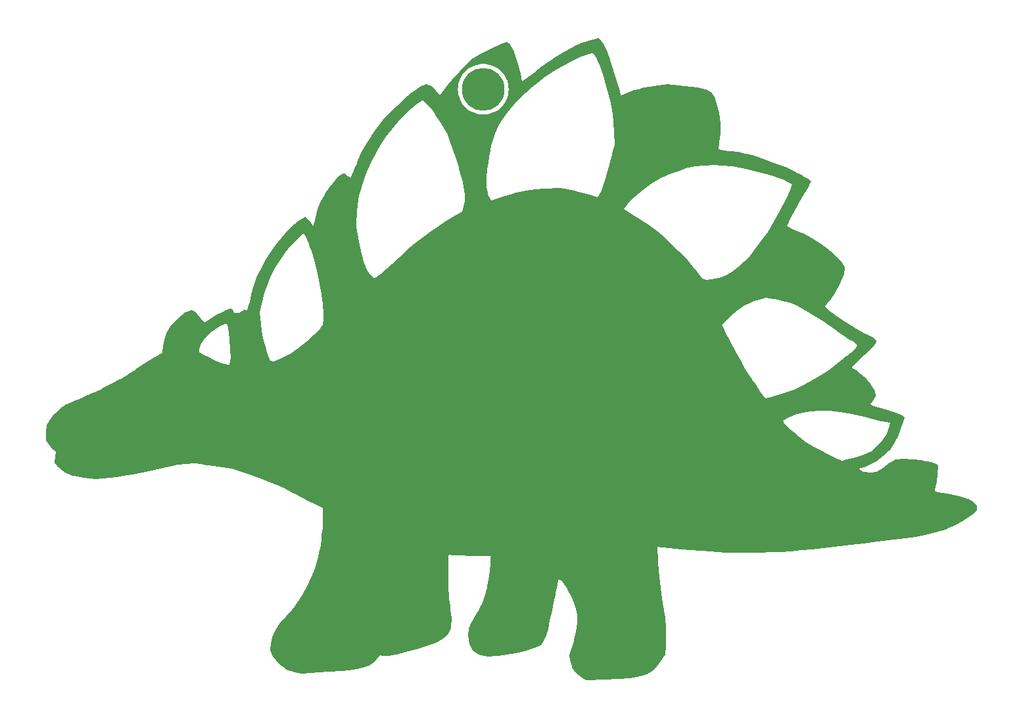
<source format=gbr>
%TF.GenerationSoftware,KiCad,Pcbnew,7.0.1*%
%TF.CreationDate,2023-04-19T22:10:58+02:00*%
%TF.ProjectId,Dino,44696e6f-2e6b-4696-9361-645f70636258,rev?*%
%TF.SameCoordinates,Original*%
%TF.FileFunction,Copper,L1,Top*%
%TF.FilePolarity,Positive*%
%FSLAX46Y46*%
G04 Gerber Fmt 4.6, Leading zero omitted, Abs format (unit mm)*
G04 Created by KiCad (PCBNEW 7.0.1) date 2023-04-19 22:10:58*
%MOMM*%
%LPD*%
G01*
G04 APERTURE LIST*
%TA.AperFunction,ComponentPad*%
%ADD10C,5.500000*%
%TD*%
G04 APERTURE END LIST*
D10*
%TO.P,svg2mod,*%
%TO.N,*%
X80250000Y-31200000D03*
%TD*%
%TA.AperFunction,NonConductor*%
G36*
X95146062Y-24658556D02*
G01*
X95324510Y-24804810D01*
X95347922Y-24830089D01*
X95692330Y-25322953D01*
X95702054Y-25339397D01*
X95826053Y-25590857D01*
X96156879Y-26261747D01*
X96160537Y-26269878D01*
X96610721Y-27373374D01*
X96613962Y-27382259D01*
X96949430Y-28421400D01*
X96950974Y-28426555D01*
X97211736Y-29370368D01*
X97212102Y-29373073D01*
X97215880Y-29385507D01*
X97216705Y-29388341D01*
X97220549Y-29402152D01*
X97221743Y-29404671D01*
X97268294Y-29556712D01*
X97451858Y-30156260D01*
X97451859Y-30156260D01*
X97451947Y-30156549D01*
X97452022Y-30156796D01*
X97826098Y-31387611D01*
X97827238Y-31391598D01*
X97983989Y-31975789D01*
X97985082Y-31984083D01*
X97988475Y-31992417D01*
X97997897Y-31989854D01*
X98005159Y-31985671D01*
X98855611Y-31640747D01*
X98860315Y-31638948D01*
X99669719Y-31348200D01*
X99678939Y-31345283D01*
X100571594Y-31100150D01*
X100579599Y-31098230D01*
X101587551Y-30891176D01*
X101593861Y-30890049D01*
X102747173Y-30714457D01*
X102749619Y-30714111D01*
X103961849Y-30555220D01*
X103991388Y-30554842D01*
X106123376Y-30778838D01*
X106124888Y-30779006D01*
X107819448Y-30979527D01*
X107830916Y-30981425D01*
X108904042Y-31210397D01*
X108937769Y-31222836D01*
X109563084Y-31561620D01*
X109605930Y-31599644D01*
X109992311Y-32145901D01*
X110007597Y-32174895D01*
X110333065Y-33053537D01*
X110337356Y-33067586D01*
X110632037Y-34281730D01*
X110634722Y-34296665D01*
X110790097Y-35611842D01*
X110790965Y-35625900D01*
X110798324Y-36904644D01*
X110797207Y-36922127D01*
X110648590Y-38029619D01*
X110648384Y-38030693D01*
X110647688Y-38036311D01*
X110647599Y-38037016D01*
X110646776Y-38043358D01*
X110646718Y-38044323D01*
X110536726Y-38953372D01*
X110536085Y-38957632D01*
X110536209Y-38958141D01*
X110536563Y-38958353D01*
X110541054Y-38959027D01*
X111232177Y-39084323D01*
X111239913Y-39086968D01*
X111243982Y-39087251D01*
X111257947Y-39089008D01*
X111261955Y-39089741D01*
X111270041Y-39089115D01*
X112026063Y-39143773D01*
X112063080Y-39146450D01*
X112073102Y-39147579D01*
X113098356Y-39304873D01*
X113105089Y-39306094D01*
X114047999Y-39503866D01*
X114198497Y-39535433D01*
X114205595Y-39537138D01*
X114564497Y-39634420D01*
X115215885Y-39810983D01*
X115222404Y-39812942D01*
X116590378Y-40264966D01*
X116593799Y-40266152D01*
X117944189Y-40756425D01*
X117945145Y-40756772D01*
X117948589Y-40758080D01*
X119175964Y-41244812D01*
X119180377Y-41246661D01*
X120176618Y-41686823D01*
X120184888Y-41690845D01*
X120838732Y-42038876D01*
X120847079Y-42043319D01*
X120851807Y-42045968D01*
X121384568Y-42359708D01*
X121540436Y-42451498D01*
X121545775Y-42455923D01*
X121553655Y-42459740D01*
X121562223Y-42464305D01*
X121569684Y-42468657D01*
X121576303Y-42470621D01*
X122081957Y-42713100D01*
X122113608Y-42734750D01*
X122426573Y-43027898D01*
X122457262Y-43072657D01*
X122466277Y-43126175D01*
X122451947Y-43178519D01*
X122078634Y-43888132D01*
X122073672Y-43896724D01*
X121608157Y-44634213D01*
X121606307Y-44636528D01*
X121601302Y-44644998D01*
X121599886Y-44647335D01*
X121593670Y-44657350D01*
X121592404Y-44660388D01*
X120908274Y-45845847D01*
X120907377Y-45847016D01*
X120900047Y-45860096D01*
X120899712Y-45860692D01*
X120892397Y-45873578D01*
X120891911Y-45874813D01*
X120172842Y-47175787D01*
X120172301Y-47176506D01*
X120164232Y-47191360D01*
X120155990Y-47206745D01*
X120155678Y-47207626D01*
X119590870Y-48281644D01*
X119587792Y-48286019D01*
X119584685Y-48292935D01*
X119581592Y-48299329D01*
X119576836Y-48308492D01*
X119575349Y-48314011D01*
X119348386Y-48827740D01*
X119346791Y-48831148D01*
X119346774Y-48831493D01*
X119347119Y-48831869D01*
X119350628Y-48833516D01*
X120302140Y-49308665D01*
X120306929Y-49312115D01*
X120316812Y-49316283D01*
X120324201Y-49319684D01*
X120334125Y-49324646D01*
X120339878Y-49326026D01*
X120969525Y-49592089D01*
X121460045Y-49799362D01*
X121471034Y-49804646D01*
X122660007Y-50449002D01*
X122668212Y-50453860D01*
X123836337Y-51206892D01*
X123843745Y-51212053D01*
X124560149Y-51750350D01*
X124913158Y-52015596D01*
X124921262Y-52022229D01*
X125814066Y-52817245D01*
X125824873Y-52828117D01*
X126461365Y-53551578D01*
X126478405Y-53576389D01*
X126777658Y-54148287D01*
X126790027Y-54184391D01*
X126791019Y-54222543D01*
X126694895Y-54981163D01*
X126687545Y-55010425D01*
X126232628Y-56197118D01*
X126226402Y-56210843D01*
X125561134Y-57470953D01*
X125551808Y-57485963D01*
X124826716Y-58488616D01*
X124821925Y-58494824D01*
X124259259Y-59178849D01*
X124253559Y-59184923D01*
X124253181Y-59185900D01*
X124253550Y-59186712D01*
X124259878Y-59192669D01*
X124614262Y-59574815D01*
X124618941Y-59579860D01*
X124626264Y-59589578D01*
X124627589Y-59590768D01*
X124637995Y-59597044D01*
X125567123Y-60293043D01*
X125571181Y-60297422D01*
X125581972Y-60304504D01*
X125589083Y-60309530D01*
X125600331Y-60318078D01*
X125605761Y-60320377D01*
X126862156Y-61161199D01*
X126865461Y-61164404D01*
X126878729Y-61172452D01*
X126883818Y-61175708D01*
X126897397Y-61184862D01*
X126901561Y-61186455D01*
X127044224Y-61274066D01*
X128250811Y-62015047D01*
X128254672Y-62018419D01*
X128266098Y-62024638D01*
X128271816Y-62027947D01*
X128282946Y-62034784D01*
X128287749Y-62036441D01*
X129480348Y-62686682D01*
X129482408Y-62688409D01*
X129501181Y-62698086D01*
X129504235Y-62699714D01*
X129513144Y-62704621D01*
X129515534Y-62705535D01*
X129899564Y-62905002D01*
X130527091Y-63230943D01*
X130569522Y-63266774D01*
X130634506Y-63352731D01*
X130837819Y-63621660D01*
X130859462Y-63666746D01*
X130861859Y-63716702D01*
X130844633Y-63763656D01*
X130510712Y-64306557D01*
X130491257Y-64330850D01*
X129377601Y-65414465D01*
X129376444Y-65415577D01*
X127680481Y-67024258D01*
X127674857Y-67028869D01*
X127673508Y-67030980D01*
X127675431Y-67032996D01*
X127682132Y-67036600D01*
X127933799Y-67198054D01*
X128409864Y-67503468D01*
X128421771Y-67512128D01*
X129306819Y-68238611D01*
X129321589Y-68252904D01*
X130122126Y-69165316D01*
X130134181Y-69181508D01*
X130199576Y-69285867D01*
X130676100Y-70046326D01*
X130692579Y-70087047D01*
X130811420Y-70646441D01*
X130812237Y-70694614D01*
X130794914Y-70739572D01*
X130375689Y-71408003D01*
X130373424Y-71411486D01*
X130140276Y-71757345D01*
X130137273Y-71760454D01*
X130127691Y-71775948D01*
X130127635Y-71776255D01*
X130127839Y-71776550D01*
X130143571Y-71787105D01*
X130147299Y-71788582D01*
X130530873Y-72026636D01*
X130536564Y-72030593D01*
X130543654Y-72032099D01*
X132030259Y-72438756D01*
X132033795Y-72439782D01*
X133407326Y-72860460D01*
X133423399Y-72866612D01*
X134152222Y-73204368D01*
X134181731Y-73223443D01*
X134414119Y-73424714D01*
X134453928Y-73459192D01*
X134483691Y-73497206D01*
X134496973Y-73543622D01*
X134491825Y-73591626D01*
X134205201Y-74519460D01*
X134202946Y-74526098D01*
X133749411Y-75748518D01*
X133743536Y-75761912D01*
X133187571Y-76852582D01*
X133177522Y-76869046D01*
X132532387Y-77763896D01*
X132514791Y-77783574D01*
X131727712Y-78496866D01*
X131721457Y-78502174D01*
X130885003Y-79166416D01*
X130862995Y-79180442D01*
X130228094Y-79497892D01*
X130221365Y-79501012D01*
X129323198Y-79885816D01*
X129306463Y-79891631D01*
X128632620Y-80073812D01*
X128627905Y-80074916D01*
X128627432Y-80075255D01*
X128627366Y-80075655D01*
X128627763Y-80076207D01*
X128632102Y-80078892D01*
X129219691Y-80472913D01*
X129222368Y-80475460D01*
X129236274Y-80484109D01*
X129238012Y-80485225D01*
X129241073Y-80485777D01*
X129258337Y-80489334D01*
X129262806Y-80489183D01*
X130092622Y-80624304D01*
X130100098Y-80625975D01*
X130107792Y-80624605D01*
X130868935Y-80536948D01*
X130876226Y-80537231D01*
X130882507Y-80535934D01*
X130888737Y-80534960D01*
X130894144Y-80531651D01*
X130900361Y-80528252D01*
X130905865Y-80523102D01*
X131723203Y-79974295D01*
X131728882Y-79971887D01*
X131739731Y-79963554D01*
X131747296Y-79958174D01*
X131748444Y-79957419D01*
X131751902Y-79954332D01*
X132599914Y-79315645D01*
X132613626Y-79306654D01*
X133349805Y-78889837D01*
X133404211Y-78873718D01*
X134352277Y-78815913D01*
X134364053Y-78815748D01*
X135518263Y-78853596D01*
X135529961Y-78854527D01*
X136833369Y-79019692D01*
X136843582Y-79021415D01*
X137973735Y-79260318D01*
X137994614Y-79266665D01*
X138576713Y-79500409D01*
X138626816Y-79520528D01*
X138660123Y-79540322D01*
X138815561Y-79668760D01*
X138851555Y-79717299D01*
X138860810Y-79777014D01*
X138770505Y-80795963D01*
X138770111Y-80799759D01*
X138659807Y-81724759D01*
X138658580Y-81732817D01*
X138527536Y-82439394D01*
X138527033Y-82441960D01*
X138432927Y-82896528D01*
X138430821Y-82902110D01*
X138429395Y-82912312D01*
X138428683Y-82916448D01*
X138428716Y-82916597D01*
X138428866Y-82916808D01*
X138432787Y-82919277D01*
X138441514Y-82925218D01*
X138447345Y-82927445D01*
X138785630Y-83125475D01*
X138787405Y-83126534D01*
X138788027Y-83126912D01*
X138796287Y-83127555D01*
X140027297Y-83320504D01*
X140031615Y-83321260D01*
X141529191Y-83610800D01*
X141543784Y-83614539D01*
X142674639Y-83977610D01*
X142697981Y-83987810D01*
X143442738Y-84407608D01*
X143480127Y-84439763D01*
X143826765Y-84883150D01*
X143847115Y-84921153D01*
X143853463Y-84963792D01*
X143842605Y-85414131D01*
X143830924Y-85464156D01*
X143800247Y-85505361D01*
X143220867Y-86019210D01*
X143207742Y-86029387D01*
X142003667Y-86841903D01*
X141994389Y-86847597D01*
X140889391Y-87461625D01*
X140875769Y-87468158D01*
X140003197Y-87824006D01*
X139996795Y-87826416D01*
X139105458Y-88134635D01*
X139098650Y-88136776D01*
X138154181Y-88404562D01*
X138147803Y-88406191D01*
X137111732Y-88642263D01*
X137106376Y-88643362D01*
X135940337Y-88856307D01*
X135936229Y-88856987D01*
X134602357Y-89055288D01*
X134599436Y-89055688D01*
X133059367Y-89247929D01*
X133058511Y-89248033D01*
X131735944Y-89403943D01*
X131735551Y-89403966D01*
X130408243Y-89564794D01*
X130407829Y-89564818D01*
X130401047Y-89565664D01*
X130400775Y-89565697D01*
X130400574Y-89565723D01*
X130400329Y-89565754D01*
X129237044Y-89710810D01*
X129236380Y-89710851D01*
X128367901Y-89824184D01*
X126881143Y-90019163D01*
X126879852Y-90019326D01*
X125418514Y-90195646D01*
X125417184Y-90195799D01*
X123982662Y-90353437D01*
X123981285Y-90353581D01*
X122575295Y-90492465D01*
X122573863Y-90492598D01*
X121198448Y-90612625D01*
X121196951Y-90612747D01*
X119854018Y-90713822D01*
X119852444Y-90713930D01*
X118543988Y-90795956D01*
X118542326Y-90796049D01*
X117270266Y-90858936D01*
X117268501Y-90859011D01*
X116034847Y-90902662D01*
X116032959Y-90902715D01*
X114839429Y-90927049D01*
X114837399Y-90927074D01*
X113686199Y-90931990D01*
X113684001Y-90931980D01*
X112577049Y-90917399D01*
X112574653Y-90917345D01*
X111513695Y-90883173D01*
X111511063Y-90883060D01*
X110498367Y-90829227D01*
X110495453Y-90829039D01*
X109531649Y-90755375D01*
X109530737Y-90755302D01*
X108418009Y-90662127D01*
X108418009Y-90662126D01*
X108418001Y-90662126D01*
X108413938Y-90661787D01*
X108413268Y-90661762D01*
X108226594Y-90647347D01*
X107120696Y-90561953D01*
X107120099Y-90561788D01*
X107095816Y-90560033D01*
X105851244Y-90471307D01*
X105850355Y-90471241D01*
X104259988Y-90346552D01*
X104256015Y-90346177D01*
X103270090Y-90237366D01*
X103262311Y-90236261D01*
X102711980Y-90140496D01*
X102704432Y-90138537D01*
X102701245Y-90138698D01*
X102700686Y-90141920D01*
X102701746Y-90149755D01*
X102799577Y-92053233D01*
X102799358Y-92055155D01*
X102800624Y-92073785D01*
X102800691Y-92074837D01*
X102802036Y-92097423D01*
X102802508Y-92099137D01*
X102887441Y-93240512D01*
X102887350Y-93243222D01*
X102888298Y-93252607D01*
X102888588Y-93255909D01*
X102889972Y-93274495D01*
X102890798Y-93277342D01*
X103032996Y-94684811D01*
X103033078Y-94686447D01*
X103033514Y-94690118D01*
X103033747Y-94692231D01*
X103036168Y-94716070D01*
X103036856Y-94718079D01*
X103207427Y-96144727D01*
X103207312Y-96147679D01*
X103209557Y-96162947D01*
X103210034Y-96166553D01*
X103211345Y-96177696D01*
X103211959Y-96180004D01*
X103387933Y-97435269D01*
X103387883Y-97439178D01*
X103390215Y-97452189D01*
X103390959Y-97456840D01*
X103393739Y-97476575D01*
X103395282Y-97480406D01*
X103517569Y-98161189D01*
X103534987Y-98258157D01*
X103549202Y-98337290D01*
X103550045Y-98342641D01*
X103672940Y-99249177D01*
X103673798Y-99257652D01*
X103761516Y-100562549D01*
X103761756Y-100567657D01*
X103797525Y-101915303D01*
X103797506Y-101922627D01*
X103764872Y-102954916D01*
X103764366Y-102962891D01*
X103657737Y-104081555D01*
X103637209Y-104139395D01*
X103138974Y-104888241D01*
X103134908Y-104893996D01*
X102611864Y-105592097D01*
X102597357Y-105608324D01*
X102034453Y-106137816D01*
X102011234Y-106155093D01*
X101329151Y-106549817D01*
X101305029Y-106560578D01*
X100420332Y-106848465D01*
X100402927Y-106852787D01*
X99236295Y-107055628D01*
X99226200Y-107056965D01*
X97703768Y-107196360D01*
X97698673Y-107196723D01*
X95747403Y-107295864D01*
X95745997Y-107295927D01*
X93616840Y-107380283D01*
X93551110Y-107364774D01*
X93198371Y-107170683D01*
X93186488Y-107163255D01*
X92630010Y-106770746D01*
X92272136Y-106518321D01*
X92243165Y-106489882D01*
X91693475Y-105740454D01*
X91673713Y-105699806D01*
X91646091Y-105600840D01*
X91404627Y-104735717D01*
X91401101Y-104718535D01*
X91395655Y-104677771D01*
X91323985Y-104141318D01*
X91328845Y-104086313D01*
X91906553Y-102277098D01*
X91908330Y-102272900D01*
X91909100Y-102269894D01*
X91911343Y-102262169D01*
X91916033Y-102247749D01*
X91916393Y-102241925D01*
X91951914Y-102106087D01*
X92219483Y-101082852D01*
X92222837Y-101074763D01*
X92222852Y-101074643D01*
X92226063Y-101057953D01*
X92225981Y-101049169D01*
X92359929Y-99965847D01*
X92362631Y-99954849D01*
X92363002Y-99946331D01*
X92361137Y-99935099D01*
X92319707Y-98899674D01*
X92320521Y-98888377D01*
X92319697Y-98881847D01*
X92316033Y-98871093D01*
X92094676Y-97848623D01*
X92093625Y-97837443D01*
X92091162Y-97829207D01*
X92085825Y-97819266D01*
X92013928Y-97634305D01*
X91680665Y-96776956D01*
X91678744Y-96768777D01*
X91678023Y-96767434D01*
X91671305Y-96752743D01*
X91671111Y-96752235D01*
X91666118Y-96745371D01*
X91596358Y-96616340D01*
X91072151Y-95646738D01*
X91069905Y-95640429D01*
X91065382Y-95633438D01*
X91060555Y-95625326D01*
X91057497Y-95619720D01*
X91053285Y-95614870D01*
X90299832Y-94460553D01*
X90295990Y-94452666D01*
X90291130Y-94447157D01*
X90291130Y-94447156D01*
X90291128Y-94447155D01*
X90291010Y-94447021D01*
X90283737Y-94445498D01*
X90275005Y-94446045D01*
X89937355Y-94425235D01*
X89927862Y-94423941D01*
X89927133Y-94424128D01*
X89926491Y-94425248D01*
X89925224Y-94434270D01*
X89689689Y-95529415D01*
X89688976Y-95531444D01*
X89686452Y-95544400D01*
X89686192Y-95545698D01*
X89682879Y-95561792D01*
X89682809Y-95564266D01*
X89537379Y-96359237D01*
X89536841Y-96362004D01*
X89335714Y-97337582D01*
X89335195Y-97339982D01*
X89111700Y-98326450D01*
X89111701Y-98326641D01*
X88822636Y-99606697D01*
X88821757Y-99609160D01*
X88819550Y-99620195D01*
X88818927Y-99623127D01*
X88815364Y-99638965D01*
X88815264Y-99641771D01*
X88596160Y-100745347D01*
X88594460Y-100752737D01*
X88374109Y-101593964D01*
X88366777Y-101614505D01*
X88061009Y-102282099D01*
X88052162Y-102298199D01*
X87706329Y-102831359D01*
X87680322Y-102860380D01*
X87646690Y-102880066D01*
X87445998Y-102958906D01*
X86594917Y-103293242D01*
X86587208Y-103295984D01*
X85506993Y-103641251D01*
X85495254Y-103644388D01*
X84420092Y-103876802D01*
X84411089Y-103878409D01*
X83302498Y-104034963D01*
X82151752Y-104196486D01*
X82140645Y-104197546D01*
X80757465Y-104267974D01*
X80725084Y-104265431D01*
X80003760Y-104113473D01*
X79685434Y-104046412D01*
X79639397Y-104026512D01*
X78921760Y-103526678D01*
X78882855Y-103483060D01*
X78814215Y-103355688D01*
X78455257Y-102689584D01*
X78441221Y-102645995D01*
X78296524Y-101528511D01*
X78295963Y-101501341D01*
X78361281Y-100755894D01*
X78370552Y-100718289D01*
X78411912Y-100619371D01*
X78702412Y-99924587D01*
X78710978Y-99907768D01*
X78874303Y-99638965D01*
X79526048Y-98566312D01*
X79528609Y-98562806D01*
X79529792Y-98560585D01*
X79533765Y-98553660D01*
X79535390Y-98551024D01*
X79537149Y-98546920D01*
X80026131Y-97641975D01*
X80031546Y-97634710D01*
X80031698Y-97634305D01*
X80039215Y-97617975D01*
X80041244Y-97609263D01*
X80436884Y-96580033D01*
X80441133Y-96572483D01*
X80441402Y-96571393D01*
X80446878Y-96554433D01*
X80447298Y-96553388D01*
X80448265Y-96544741D01*
X80496582Y-96360913D01*
X80757179Y-95369430D01*
X80760204Y-95362579D01*
X80761351Y-95355699D01*
X80763844Y-95344121D01*
X80765683Y-95337181D01*
X80765740Y-95329678D01*
X80781889Y-95234283D01*
X80992368Y-93990925D01*
X80994617Y-93984640D01*
X80995663Y-93973583D01*
X80996935Y-93964035D01*
X80998739Y-93953570D01*
X80998253Y-93946979D01*
X81000331Y-93925779D01*
X81148519Y-92413644D01*
X81149088Y-92410779D01*
X81149601Y-92403231D01*
X81149937Y-92399229D01*
X81151622Y-92382379D01*
X81151274Y-92379066D01*
X81219669Y-91393032D01*
X81220770Y-91388631D01*
X81221269Y-91370443D01*
X81221181Y-91370198D01*
X81220880Y-91370057D01*
X81203693Y-91368849D01*
X81198944Y-91369546D01*
X78668920Y-91306696D01*
X78668172Y-91306675D01*
X77353990Y-91266220D01*
X77352214Y-91266153D01*
X76360752Y-91221623D01*
X76355697Y-91221294D01*
X75917804Y-91183944D01*
X75910180Y-91182153D01*
X75899076Y-91182328D01*
X75890758Y-91189296D01*
X75886152Y-91195648D01*
X75763087Y-91322243D01*
X75760032Y-91324432D01*
X75747170Y-91338562D01*
X75747064Y-91338840D01*
X75747360Y-91358582D01*
X75748140Y-91361985D01*
X75785026Y-92185232D01*
X75785152Y-92190791D01*
X75786271Y-93925233D01*
X75786271Y-93925467D01*
X75786274Y-93925779D01*
X75797437Y-95349726D01*
X75796923Y-95353681D01*
X75797461Y-95364840D01*
X75797600Y-95369541D01*
X75797757Y-95384164D01*
X75798647Y-95388223D01*
X75860376Y-96598278D01*
X75859878Y-96603791D01*
X75860853Y-96612366D01*
X75861493Y-96620134D01*
X75862047Y-96630950D01*
X75863596Y-96636484D01*
X75954512Y-97435269D01*
X75973994Y-97606440D01*
X76045673Y-98254443D01*
X76164653Y-99330078D01*
X76165073Y-99353235D01*
X76074493Y-100576615D01*
X76063579Y-100619371D01*
X75681258Y-101462015D01*
X75648237Y-101505859D01*
X74943839Y-102106087D01*
X74916172Y-102123999D01*
X74120579Y-102501848D01*
X74110589Y-102506076D01*
X72977255Y-102929137D01*
X72971664Y-102931076D01*
X71652731Y-103354000D01*
X71648320Y-103355326D01*
X70289078Y-103736987D01*
X70284296Y-103738229D01*
X69029539Y-104038022D01*
X69022193Y-104039547D01*
X68020078Y-104216697D01*
X68001661Y-104218572D01*
X67398952Y-104235401D01*
X67370821Y-104233022D01*
X66935507Y-104146313D01*
X66929984Y-104144917D01*
X66928901Y-104145018D01*
X66928786Y-104145094D01*
X66928785Y-104145095D01*
X66928784Y-104145095D01*
X66928115Y-104145543D01*
X66924929Y-104149804D01*
X66497394Y-104668953D01*
X66489404Y-104677771D01*
X66048264Y-105120679D01*
X66024746Y-105139244D01*
X65476112Y-105474886D01*
X65451059Y-105486649D01*
X64689914Y-105746452D01*
X64672837Y-105750972D01*
X63602201Y-105955338D01*
X63592984Y-105956747D01*
X62122791Y-106125969D01*
X62118401Y-106126396D01*
X60159210Y-106282656D01*
X60158065Y-106282742D01*
X56934574Y-106510298D01*
X56902411Y-106508440D01*
X56061375Y-106350255D01*
X56044129Y-106345727D01*
X54886829Y-105952502D01*
X54854723Y-105936153D01*
X53902925Y-105264572D01*
X53874904Y-105237402D01*
X53198226Y-104338553D01*
X53186758Y-104320240D01*
X52801826Y-103569183D01*
X52790065Y-103534664D01*
X52788681Y-103498223D01*
X52790314Y-103483060D01*
X52877141Y-102676781D01*
X52879349Y-102663259D01*
X53067109Y-101809073D01*
X53074785Y-101785510D01*
X53149806Y-101614505D01*
X53452576Y-100924353D01*
X53462485Y-100906047D01*
X53560612Y-100755896D01*
X54031961Y-100034650D01*
X54042231Y-100021045D01*
X54806552Y-99139672D01*
X54807872Y-99138179D01*
X55583837Y-98274565D01*
X55589547Y-98270014D01*
X55594443Y-98263520D01*
X55601977Y-98254443D01*
X55608079Y-98247753D01*
X55611509Y-98241161D01*
X55912093Y-97848626D01*
X56310712Y-97328065D01*
X56316131Y-97323139D01*
X56321573Y-97314660D01*
X56328159Y-97305353D01*
X56332995Y-97299135D01*
X56335849Y-97292704D01*
X56979480Y-96306372D01*
X56982410Y-96302551D01*
X56982447Y-96302486D01*
X56987432Y-96294208D01*
X56992805Y-96286014D01*
X56995019Y-96279758D01*
X57058675Y-96164758D01*
X57565163Y-95249739D01*
X57569294Y-95244643D01*
X57574095Y-95234283D01*
X57578278Y-95226060D01*
X57584438Y-95214971D01*
X57586089Y-95208471D01*
X58091822Y-94120648D01*
X58094238Y-94116368D01*
X58094247Y-94116347D01*
X58098262Y-94106876D01*
X58103213Y-94096407D01*
X58104470Y-94089629D01*
X58144778Y-93984640D01*
X58539028Y-92957755D01*
X58541225Y-92953124D01*
X58544570Y-92943494D01*
X58548510Y-92933572D01*
X58549346Y-92926542D01*
X58905989Y-91770542D01*
X58909078Y-91764710D01*
X58912000Y-91752188D01*
X58914504Y-91743029D01*
X58917985Y-91731954D01*
X58918342Y-91725356D01*
X59199909Y-90537449D01*
X59202649Y-90531273D01*
X59204545Y-90519519D01*
X59206596Y-90509436D01*
X59209330Y-90498336D01*
X59209225Y-90491477D01*
X59212453Y-90472275D01*
X59413174Y-89278383D01*
X59415363Y-89272373D01*
X59416590Y-89259980D01*
X59417857Y-89250709D01*
X59417913Y-89250384D01*
X59418027Y-89245621D01*
X59457075Y-88857681D01*
X59544775Y-87986376D01*
X59545679Y-87981374D01*
X59546380Y-87970992D01*
X59547305Y-87962662D01*
X59546463Y-87956030D01*
X59588785Y-86696410D01*
X59589210Y-86693234D01*
X59589210Y-86685896D01*
X59589282Y-86681650D01*
X59589862Y-86664439D01*
X59589210Y-86660842D01*
X59589210Y-85191577D01*
X59589330Y-85187743D01*
X59589182Y-85187314D01*
X59588876Y-85187008D01*
X59585473Y-85185480D01*
X58543648Y-84679112D01*
X58541871Y-84678231D01*
X57798983Y-84302590D01*
X57797090Y-84301612D01*
X56852449Y-83803714D01*
X56850974Y-83802924D01*
X55908004Y-83289798D01*
X55908004Y-83289797D01*
X55907873Y-83289727D01*
X55899981Y-83285422D01*
X55899021Y-83285009D01*
X54915945Y-82760314D01*
X54912762Y-82757760D01*
X54896888Y-82750050D01*
X54893039Y-82748098D01*
X54881832Y-82742172D01*
X54878015Y-82740992D01*
X53928452Y-82285899D01*
X53925043Y-82283485D01*
X53910992Y-82277432D01*
X53906959Y-82275610D01*
X53893653Y-82269315D01*
X53889377Y-82268301D01*
X52856730Y-81832908D01*
X52853339Y-81830626D01*
X52836133Y-81824127D01*
X52831764Y-81822383D01*
X52822009Y-81818276D01*
X52818358Y-81817420D01*
X51578802Y-81349831D01*
X51576872Y-81348585D01*
X51554264Y-81340554D01*
X51552331Y-81339850D01*
X51535266Y-81333471D01*
X51532958Y-81333079D01*
X49950561Y-80778215D01*
X49950495Y-80778192D01*
X49950377Y-80778151D01*
X49950375Y-80778151D01*
X49931043Y-80771433D01*
X49930516Y-80771346D01*
X47901871Y-80076160D01*
X47892358Y-80071799D01*
X47888154Y-80070768D01*
X47877699Y-80070224D01*
X45522169Y-79718213D01*
X45521166Y-79717896D01*
X45502319Y-79715245D01*
X45493923Y-79714126D01*
X45493890Y-79714124D01*
X44105853Y-79529440D01*
X44101579Y-79528127D01*
X44086957Y-79526832D01*
X44082795Y-79526394D01*
X44071861Y-79525057D01*
X44067488Y-79525323D01*
X42954619Y-79440571D01*
X42947534Y-79438925D01*
X42940837Y-79439018D01*
X42929674Y-79438677D01*
X42924981Y-79438325D01*
X42918130Y-79439357D01*
X41943223Y-79454272D01*
X41936137Y-79453390D01*
X41930458Y-79454004D01*
X41920471Y-79454684D01*
X41915704Y-79454818D01*
X41909005Y-79456531D01*
X40944688Y-79572895D01*
X40938525Y-79572806D01*
X40931935Y-79574107D01*
X40923371Y-79575492D01*
X40915931Y-79576434D01*
X40909973Y-79578561D01*
X39826460Y-79799706D01*
X39824973Y-79799856D01*
X39814256Y-79802191D01*
X39813517Y-79802350D01*
X39800698Y-79805062D01*
X39799020Y-79805663D01*
X37938804Y-80229883D01*
X37937568Y-80230158D01*
X36374165Y-80570198D01*
X36372247Y-80570600D01*
X35066570Y-80833392D01*
X35063762Y-80833924D01*
X33962051Y-81029775D01*
X33958243Y-81030392D01*
X33006558Y-81169662D01*
X33001938Y-81170251D01*
X32144751Y-81263490D01*
X32142289Y-81263733D01*
X30283651Y-81429055D01*
X30257803Y-81428692D01*
X28822858Y-81260309D01*
X28815925Y-81259300D01*
X27497950Y-81029775D01*
X27389363Y-81010864D01*
X27362969Y-81003225D01*
X26950931Y-80833392D01*
X26404593Y-80608202D01*
X26370555Y-80587329D01*
X25637389Y-79958174D01*
X25622097Y-79945051D01*
X25610525Y-79933754D01*
X25571379Y-79890288D01*
X25413741Y-79715251D01*
X25095617Y-79362016D01*
X25069599Y-79317205D01*
X25063815Y-79265712D01*
X25126283Y-78611846D01*
X25126293Y-78611739D01*
X25193882Y-77910596D01*
X25194950Y-77903955D01*
X25194688Y-77902462D01*
X25194689Y-77902460D01*
X25194687Y-77902457D01*
X25194663Y-77902318D01*
X25193720Y-77901163D01*
X25188213Y-77897780D01*
X24924592Y-77713129D01*
X24902357Y-77693244D01*
X24270510Y-76976421D01*
X24260810Y-76963912D01*
X23925104Y-76469789D01*
X23907642Y-76431678D01*
X23903650Y-76389948D01*
X23949233Y-75755788D01*
X23970743Y-75456526D01*
X24038165Y-74510235D01*
X24056380Y-74453411D01*
X24402644Y-73887743D01*
X118883579Y-73887743D01*
X119011003Y-74313813D01*
X119011004Y-74313814D01*
X119960064Y-75180692D01*
X120287484Y-75456454D01*
X120978709Y-76038624D01*
X121849428Y-76678238D01*
X121849431Y-76678240D01*
X122851504Y-77285472D01*
X124012307Y-77910596D01*
X124264198Y-78046246D01*
X125758389Y-78812028D01*
X126228411Y-78963943D01*
X126452877Y-79036494D01*
X126452877Y-79036493D01*
X126452878Y-79036494D01*
X126951290Y-78914744D01*
X126951287Y-78914743D01*
X127052369Y-78890052D01*
X127054645Y-78888869D01*
X128151462Y-78614461D01*
X129211607Y-78320011D01*
X130164830Y-77852158D01*
X130993616Y-77226982D01*
X131680452Y-76460565D01*
X132207822Y-75568986D01*
X132558213Y-74568326D01*
X132569321Y-74522813D01*
X132652878Y-74180434D01*
X132652877Y-74180433D01*
X132100533Y-74082942D01*
X132095938Y-74082043D01*
X131513429Y-73956749D01*
X131511029Y-73956208D01*
X130509715Y-73720284D01*
X130508558Y-73720005D01*
X129306265Y-73424714D01*
X127717633Y-73065786D01*
X126240730Y-72812927D01*
X124870911Y-72666183D01*
X123603523Y-72625602D01*
X122433899Y-72691231D01*
X121357396Y-72863119D01*
X120369376Y-73141311D01*
X120369374Y-73141311D01*
X120369373Y-73141312D01*
X120205560Y-73210980D01*
X119465173Y-73525858D01*
X118883579Y-73887743D01*
X24402644Y-73887743D01*
X24532441Y-73675702D01*
X24539422Y-73665467D01*
X24645046Y-73525858D01*
X25071333Y-72962409D01*
X25087023Y-72945234D01*
X25765293Y-72328301D01*
X25781859Y-72315575D01*
X26601346Y-71788038D01*
X26617692Y-71779151D01*
X27573635Y-71347658D01*
X27579012Y-71345381D01*
X28672592Y-70912152D01*
X28700629Y-70901045D01*
X28704982Y-70900214D01*
X28720093Y-70893481D01*
X28726150Y-70890969D01*
X28741031Y-70885245D01*
X28744925Y-70882586D01*
X29899257Y-70377151D01*
X29902864Y-70376396D01*
X29921457Y-70367513D01*
X29925603Y-70365624D01*
X29935242Y-70361439D01*
X29938093Y-70359613D01*
X31129437Y-69794371D01*
X31132489Y-69793290D01*
X31138925Y-69789966D01*
X31143569Y-69787687D01*
X31149489Y-69784930D01*
X31152267Y-69783154D01*
X32327623Y-69184308D01*
X32331084Y-69182992D01*
X32337242Y-69179540D01*
X32342526Y-69176740D01*
X32348629Y-69173688D01*
X32351459Y-69171737D01*
X33462029Y-68565078D01*
X33466277Y-68563708D01*
X33480344Y-68555229D01*
X33485978Y-68552027D01*
X33490542Y-68549586D01*
X33493488Y-68547452D01*
X34524313Y-67940494D01*
X34527817Y-67938854D01*
X34532086Y-67936076D01*
X34537261Y-67932883D01*
X34552248Y-67924126D01*
X34555545Y-67920953D01*
X35437944Y-67352777D01*
X35443391Y-67350572D01*
X35454833Y-67342192D01*
X35461549Y-67337599D01*
X35463807Y-67336158D01*
X35467264Y-67333147D01*
X36215272Y-66790245D01*
X36219030Y-66787622D01*
X36898971Y-66331629D01*
X36905895Y-66327307D01*
X37822311Y-65795921D01*
X37825506Y-65794133D01*
X38903469Y-65212414D01*
X38911129Y-65209135D01*
X38913784Y-65206844D01*
X38913829Y-65206693D01*
X38913831Y-65206691D01*
X38913830Y-65206688D01*
X38914762Y-65203583D01*
X38914628Y-65195337D01*
X38920729Y-65111458D01*
X43638927Y-65111458D01*
X43638928Y-65111459D01*
X44469498Y-65537884D01*
X44649325Y-65630209D01*
X45811407Y-66166315D01*
X45811415Y-66166318D01*
X46911775Y-66586124D01*
X46911778Y-66586124D01*
X46911779Y-66586125D01*
X47536174Y-66731589D01*
X47717333Y-65815288D01*
X47725319Y-65799972D01*
X47724508Y-65779014D01*
X47724509Y-65779014D01*
X47685405Y-64768503D01*
X47552100Y-63312379D01*
X47385754Y-61979803D01*
X47247521Y-61339938D01*
X47247521Y-61339937D01*
X46419800Y-61665664D01*
X45838529Y-62052975D01*
X45104579Y-62542018D01*
X45104577Y-62542019D01*
X45104578Y-62542019D01*
X44732894Y-62904048D01*
X44396507Y-63231696D01*
X43922346Y-63975597D01*
X43700957Y-64719894D01*
X43687438Y-64765343D01*
X43638927Y-65111458D01*
X38920729Y-65111458D01*
X38974834Y-64367660D01*
X38976646Y-64353657D01*
X39150383Y-63424614D01*
X39158136Y-63398820D01*
X39541045Y-62490920D01*
X39552277Y-62470034D01*
X40146256Y-61578584D01*
X40158576Y-61562936D01*
X40963311Y-60692496D01*
X40976048Y-60680511D01*
X41913338Y-59914064D01*
X41951007Y-59892845D01*
X42609864Y-59659380D01*
X42657306Y-59652259D01*
X42703973Y-59663388D01*
X42735859Y-59677844D01*
X43225204Y-59899695D01*
X43275634Y-59941115D01*
X43418483Y-60140691D01*
X43819024Y-60700290D01*
X43822461Y-60706937D01*
X43825897Y-60710864D01*
X43833119Y-60719928D01*
X43836378Y-60724428D01*
X43842093Y-60729252D01*
X44316115Y-61266281D01*
X44322197Y-61274359D01*
X44323052Y-61274870D01*
X44323560Y-61274940D01*
X44332279Y-61268379D01*
X45123375Y-60767125D01*
X45125891Y-60765874D01*
X45132545Y-60761393D01*
X45136485Y-60758845D01*
X45144976Y-60753574D01*
X45147415Y-60751479D01*
X45889946Y-60257233D01*
X45904081Y-60249095D01*
X46784589Y-59815657D01*
X46793757Y-59811590D01*
X46920567Y-59761266D01*
X47704666Y-59450099D01*
X47770824Y-59442762D01*
X47831489Y-59470155D01*
X47957921Y-59574815D01*
X47991423Y-59617887D01*
X48184369Y-60024764D01*
X48185182Y-60026543D01*
X48185309Y-60026664D01*
X48185417Y-60026702D01*
X48185419Y-60026704D01*
X48185420Y-60026703D01*
X48185491Y-60026729D01*
X48187597Y-60026649D01*
X48825975Y-60012701D01*
X48837780Y-60013746D01*
X48840731Y-60013421D01*
X48843175Y-60012071D01*
X48852360Y-60004289D01*
X48960336Y-59931833D01*
X51464971Y-59931833D01*
X51550315Y-60729252D01*
X51608654Y-61274359D01*
X51635587Y-61526005D01*
X51835536Y-62885062D01*
X51919510Y-63243367D01*
X52076690Y-63914028D01*
X52218450Y-64353648D01*
X52335670Y-64717167D01*
X52336515Y-64719894D01*
X52579964Y-65537884D01*
X52674006Y-65779014D01*
X52845192Y-66217944D01*
X53336563Y-66284727D01*
X54442630Y-65791042D01*
X55474204Y-65224504D01*
X56301945Y-64672388D01*
X57448494Y-63720366D01*
X58464361Y-62802737D01*
X59208647Y-62052974D01*
X59540455Y-61604549D01*
X59547919Y-61560184D01*
X110971076Y-61560184D01*
X111326017Y-62250954D01*
X111443681Y-62479945D01*
X112002298Y-63567100D01*
X112753084Y-65006307D01*
X113405965Y-66209427D01*
X113973337Y-67198059D01*
X114434487Y-67940494D01*
X114467595Y-67993796D01*
X114863271Y-68563708D01*
X114900251Y-68616972D01*
X114902031Y-68619607D01*
X115273326Y-69184310D01*
X115449234Y-69451847D01*
X115449303Y-69451995D01*
X115449323Y-69451983D01*
X115990605Y-70277524D01*
X116531892Y-71004183D01*
X117037091Y-70912152D01*
X118206764Y-70617599D01*
X118220462Y-70617221D01*
X118264002Y-70603188D01*
X118264002Y-70603189D01*
X119484316Y-70209891D01*
X120458197Y-69814870D01*
X121511708Y-69285869D01*
X122794878Y-68580946D01*
X123842016Y-67952224D01*
X124743785Y-67342069D01*
X125590850Y-66692847D01*
X126475828Y-65996780D01*
X126478854Y-65994479D01*
X127024592Y-65592854D01*
X127141054Y-65507147D01*
X127531409Y-65209135D01*
X127538682Y-65203583D01*
X128200199Y-64698556D01*
X128451985Y-64169880D01*
X128451984Y-64169879D01*
X128451984Y-64169878D01*
X127971036Y-63764457D01*
X127969650Y-63763656D01*
X127629446Y-63567070D01*
X127427341Y-63450284D01*
X127422067Y-63447061D01*
X126583413Y-62905911D01*
X126580609Y-62904048D01*
X126051145Y-62542018D01*
X125625816Y-62251192D01*
X125625022Y-62250644D01*
X123900972Y-61051209D01*
X122533588Y-60140691D01*
X121430503Y-59472208D01*
X120498953Y-58998599D01*
X119646116Y-58672673D01*
X118779230Y-58447267D01*
X118265093Y-58356415D01*
X117805486Y-58275199D01*
X117625454Y-58247784D01*
X116676232Y-58103238D01*
X115796445Y-58329578D01*
X115157760Y-58531297D01*
X114750982Y-58659772D01*
X114750979Y-58659773D01*
X114750980Y-58659773D01*
X113838836Y-59094444D01*
X112983172Y-59677844D01*
X112107186Y-60454197D01*
X110971076Y-61560182D01*
X110971076Y-61560183D01*
X110971076Y-61560184D01*
X59547919Y-61560184D01*
X59655811Y-60918928D01*
X59669674Y-59990038D01*
X59592284Y-58871281D01*
X59433879Y-57616057D01*
X59204698Y-56277767D01*
X58914982Y-54909812D01*
X58574969Y-53565594D01*
X58194898Y-52298513D01*
X57824788Y-51272270D01*
X57785011Y-51161976D01*
X57785009Y-51161971D01*
X57355540Y-50209368D01*
X57109033Y-49732677D01*
X57109032Y-49732676D01*
X56388272Y-50436177D01*
X55532227Y-51328971D01*
X54754206Y-52259697D01*
X54054922Y-53227068D01*
X53435136Y-54229759D01*
X52895607Y-55266427D01*
X52437102Y-56335726D01*
X52060358Y-57436362D01*
X51766150Y-58566965D01*
X51464971Y-59931833D01*
X48960336Y-59931833D01*
X49391725Y-59642353D01*
X49446943Y-59621876D01*
X49505436Y-59628729D01*
X49847457Y-59754565D01*
X49853938Y-59758140D01*
X49865622Y-59761289D01*
X49865623Y-59761290D01*
X49865623Y-59761289D01*
X49866103Y-59761419D01*
X49870680Y-59748931D01*
X49871481Y-59741715D01*
X49888911Y-59677844D01*
X50147256Y-58731134D01*
X50150272Y-58724886D01*
X50152441Y-58713635D01*
X50154832Y-58703501D01*
X50157810Y-58692866D01*
X50157916Y-58685883D01*
X50371614Y-57608431D01*
X50374411Y-57597109D01*
X50448315Y-57348009D01*
X50709810Y-56466627D01*
X50713049Y-56457119D01*
X51156899Y-55307350D01*
X51160444Y-55299067D01*
X51702403Y-54147954D01*
X51706208Y-54140522D01*
X52335901Y-53005733D01*
X52340051Y-52998792D01*
X52425475Y-52865780D01*
X53046936Y-51898103D01*
X53051541Y-51891418D01*
X53466294Y-51328971D01*
X53825114Y-50842373D01*
X53830340Y-50835764D01*
X54659971Y-49855964D01*
X54666102Y-49849234D01*
X55541071Y-48956229D01*
X55548495Y-48949242D01*
X56452879Y-48164922D01*
X56473345Y-48150473D01*
X57281922Y-47692709D01*
X57333840Y-47676768D01*
X57387647Y-47684161D01*
X57433342Y-47713514D01*
X57963970Y-48247156D01*
X57981579Y-48269396D01*
X58332814Y-48833516D01*
X58369550Y-48892518D01*
X58371449Y-48897203D01*
X58381243Y-48911358D01*
X58381272Y-48911378D01*
X58381722Y-48911464D01*
X58382044Y-48911250D01*
X58382100Y-48911009D01*
X58382102Y-48911007D01*
X58382101Y-48911003D01*
X58386119Y-48893801D01*
X58386161Y-48888958D01*
X58396781Y-48831869D01*
X58423936Y-48685886D01*
X63885201Y-48685886D01*
X63931957Y-48956240D01*
X64264383Y-50878413D01*
X64548594Y-52355738D01*
X64722574Y-53001785D01*
X64838692Y-53432972D01*
X65189523Y-54274294D01*
X65635651Y-55010425D01*
X65655949Y-55043917D01*
X66191746Y-55626304D01*
X66191746Y-55626303D01*
X66191747Y-55626304D01*
X67049282Y-55000875D01*
X67049282Y-55000873D01*
X67058729Y-54993984D01*
X67063404Y-54988444D01*
X67789792Y-54349394D01*
X68446380Y-53745875D01*
X69392607Y-52867942D01*
X69394957Y-52865818D01*
X70378119Y-52000150D01*
X70380421Y-51998173D01*
X71385345Y-51156385D01*
X71387657Y-51154497D01*
X72397778Y-50349469D01*
X72400225Y-50347569D01*
X73399126Y-49592045D01*
X73401811Y-49590072D01*
X74372792Y-48896985D01*
X74376074Y-48894721D01*
X74377454Y-48893801D01*
X75302507Y-48276910D01*
X75306593Y-48274299D01*
X76173170Y-47743739D01*
X76175550Y-47742319D01*
X77549410Y-46944489D01*
X77635767Y-46651368D01*
X98373904Y-46651368D01*
X99355129Y-47320214D01*
X100510507Y-47996243D01*
X100516430Y-47999933D01*
X101633917Y-48739747D01*
X101639641Y-48743769D01*
X102693295Y-49528780D01*
X102699213Y-49533472D01*
X103660614Y-50343691D01*
X103665578Y-50348103D01*
X104648596Y-51269371D01*
X104651589Y-51272270D01*
X105397094Y-52018748D01*
X105632891Y-52254852D01*
X105635624Y-52257675D01*
X106538293Y-53219737D01*
X106541496Y-53223283D01*
X107288738Y-54082805D01*
X107293780Y-54088990D01*
X107492683Y-54349394D01*
X107723337Y-54651367D01*
X107812479Y-54768071D01*
X107813131Y-54768932D01*
X108429515Y-55591312D01*
X109034197Y-55808385D01*
X110168836Y-55614325D01*
X110906141Y-55403703D01*
X111639958Y-55083573D01*
X112372558Y-54651367D01*
X113106213Y-54104512D01*
X113843193Y-53440438D01*
X114585770Y-52656574D01*
X115336215Y-51750350D01*
X116096797Y-50719195D01*
X116869790Y-49560538D01*
X117657463Y-48271808D01*
X118462087Y-46850435D01*
X119285934Y-45293849D01*
X119766330Y-44178458D01*
X120061499Y-43423922D01*
X120061498Y-43423921D01*
X120061498Y-43423920D01*
X119812300Y-43293202D01*
X119448921Y-43126175D01*
X118852702Y-42852123D01*
X117822315Y-42470622D01*
X117708176Y-42428362D01*
X116432126Y-42034564D01*
X115077951Y-41683374D01*
X113698993Y-41387418D01*
X112348745Y-41159365D01*
X111080522Y-41011840D01*
X109947770Y-40957493D01*
X108736146Y-41005827D01*
X107538089Y-41158030D01*
X106357042Y-41412551D01*
X105689777Y-41616823D01*
X105196457Y-41767844D01*
X105196451Y-41767846D01*
X105196452Y-41767846D01*
X104059814Y-42222349D01*
X102950536Y-42774532D01*
X101872131Y-43422820D01*
X100828015Y-44165686D01*
X99821675Y-45001559D01*
X98996265Y-45794663D01*
X98960451Y-45829075D01*
X98856553Y-45928907D01*
X98856551Y-45928909D01*
X98373904Y-46651368D01*
X77635767Y-46651368D01*
X77739405Y-46299592D01*
X77867919Y-45603148D01*
X77871493Y-44777264D01*
X77744583Y-43791174D01*
X77501559Y-42703260D01*
X80684167Y-42703260D01*
X80711690Y-43868058D01*
X80820069Y-44484501D01*
X80871749Y-44778451D01*
X81173586Y-45350995D01*
X81384828Y-45562235D01*
X82566910Y-45130828D01*
X82570609Y-45129545D01*
X83743310Y-44743939D01*
X83748917Y-44742242D01*
X84095462Y-44646115D01*
X84138370Y-44634213D01*
X84908635Y-44420551D01*
X84919775Y-44418002D01*
X85774472Y-44262988D01*
X85782239Y-44261831D01*
X86895215Y-44131734D01*
X86900945Y-44131198D01*
X88094966Y-44047147D01*
X88097848Y-44046979D01*
X90103379Y-43954760D01*
X90130847Y-43956506D01*
X90648752Y-44046974D01*
X90649754Y-44047149D01*
X91558410Y-44205874D01*
X91562850Y-44206734D01*
X92857860Y-44482500D01*
X92865917Y-44484497D01*
X93899177Y-44777264D01*
X93959895Y-44794468D01*
X93967259Y-44796801D01*
X94923189Y-45132649D01*
X95138523Y-44888472D01*
X95458034Y-44247134D01*
X95897920Y-43027390D01*
X96365679Y-41508360D01*
X96768808Y-39969164D01*
X96768811Y-39969148D01*
X96768815Y-39969137D01*
X96960884Y-39146450D01*
X97152613Y-38325222D01*
X97072514Y-36721458D01*
X96998418Y-35492688D01*
X96896605Y-34445768D01*
X96743772Y-33454895D01*
X96554303Y-32570218D01*
X96516620Y-32394266D01*
X96353359Y-31762796D01*
X96321804Y-31640747D01*
X96191842Y-31138069D01*
X95746141Y-29560507D01*
X95293089Y-28263185D01*
X95142756Y-27941500D01*
X94975710Y-27584054D01*
X94779290Y-27163752D01*
X94601012Y-26921157D01*
X94358418Y-26591041D01*
X94358417Y-26591041D01*
X93863898Y-26655262D01*
X92897850Y-27018184D01*
X91668327Y-27584054D01*
X90383402Y-28257108D01*
X89251157Y-28941579D01*
X88197985Y-29658593D01*
X87336567Y-30285767D01*
X86561526Y-30907660D01*
X85767380Y-31608909D01*
X84848709Y-32474108D01*
X84117582Y-33253929D01*
X83373545Y-34179616D01*
X82707695Y-35129955D01*
X82211114Y-35983748D01*
X81714592Y-37168912D01*
X81304393Y-38516890D01*
X81073583Y-39563978D01*
X80989762Y-39944239D01*
X80798029Y-41244812D01*
X80779939Y-41367520D01*
X80684167Y-42703260D01*
X77501559Y-42703260D01*
X77481644Y-42614108D01*
X77142590Y-41441661D01*
X77077131Y-41215302D01*
X76660842Y-39969137D01*
X76525496Y-39563978D01*
X75604313Y-36937481D01*
X74807737Y-35618887D01*
X74662240Y-35378041D01*
X74101008Y-34505133D01*
X74058462Y-34445768D01*
X73535224Y-33715690D01*
X73511334Y-33687148D01*
X73087391Y-33180644D01*
X72454606Y-32542675D01*
X71903664Y-32962821D01*
X71903653Y-32962829D01*
X71903649Y-32962833D01*
X71547522Y-33253935D01*
X70982522Y-33715772D01*
X70100089Y-34537470D01*
X69260313Y-35420819D01*
X68467178Y-36358685D01*
X67724633Y-37343982D01*
X67036686Y-38369542D01*
X66407284Y-39428284D01*
X65840404Y-40513082D01*
X65340017Y-41616823D01*
X64910115Y-42732346D01*
X64554648Y-43852590D01*
X64277596Y-44970417D01*
X64082940Y-46078681D01*
X63974645Y-47170281D01*
X63908204Y-48296111D01*
X63885201Y-48685886D01*
X58423936Y-48685886D01*
X58536717Y-48079573D01*
X58538464Y-48071619D01*
X58621878Y-47743017D01*
X58826597Y-46936545D01*
X58831023Y-46922577D01*
X59259535Y-45801579D01*
X59265298Y-45788717D01*
X59807318Y-44740738D01*
X59815386Y-44727270D01*
X60443976Y-43812458D01*
X60451560Y-43802516D01*
X61630074Y-42407458D01*
X61659436Y-42381992D01*
X62207202Y-42038874D01*
X62254749Y-42021149D01*
X62305437Y-42023620D01*
X62351037Y-42045885D01*
X62748016Y-42352077D01*
X62756929Y-42360471D01*
X62758362Y-42361369D01*
X62769827Y-42365679D01*
X63143113Y-42552457D01*
X63164907Y-42563362D01*
X63169165Y-42566490D01*
X63184286Y-42573102D01*
X63184288Y-42573104D01*
X63184290Y-42573104D01*
X63184489Y-42573191D01*
X63184673Y-42573122D01*
X63184677Y-42573123D01*
X63184679Y-42573120D01*
X63184697Y-42573113D01*
X63184703Y-42573114D01*
X63184706Y-42573110D01*
X63184894Y-42573041D01*
X63184987Y-42572852D01*
X63184990Y-42572851D01*
X63184990Y-42572848D01*
X63192687Y-42557430D01*
X63193904Y-42552457D01*
X63229855Y-42470622D01*
X63676645Y-41453598D01*
X63678477Y-41450349D01*
X63680730Y-41444583D01*
X63682831Y-41439531D01*
X63689671Y-41424040D01*
X63690488Y-41419730D01*
X63951004Y-40756455D01*
X64111056Y-40348960D01*
X64114189Y-40341670D01*
X64612884Y-39274956D01*
X64616373Y-39268057D01*
X65184809Y-38225316D01*
X65188631Y-38218782D01*
X65825676Y-37201483D01*
X65829754Y-37195378D01*
X66534235Y-36205036D01*
X66538560Y-36199311D01*
X67309354Y-35237372D01*
X67313836Y-35232087D01*
X68149817Y-34300021D01*
X68154444Y-34295133D01*
X69054470Y-33394423D01*
X69059174Y-33389955D01*
X70022092Y-32522097D01*
X70026878Y-32517999D01*
X71051470Y-31684541D01*
X71056351Y-31680766D01*
X72130955Y-30890916D01*
X72158747Y-30875470D01*
X72902741Y-30577733D01*
X72948150Y-30568724D01*
X72993755Y-30576725D01*
X73533149Y-30778831D01*
X73664672Y-30828111D01*
X73715589Y-30863475D01*
X74172408Y-31389406D01*
X74426324Y-31681737D01*
X74492519Y-31757946D01*
X74501244Y-31769222D01*
X74669687Y-32014393D01*
X74671695Y-32017511D01*
X74672240Y-32017914D01*
X74672249Y-32017916D01*
X74672256Y-32017915D01*
X74672830Y-32017520D01*
X74674976Y-32014424D01*
X75277449Y-31199999D01*
X76986713Y-31199999D01*
X77005844Y-31552823D01*
X77063007Y-31901509D01*
X77157535Y-32241968D01*
X77157537Y-32241972D01*
X77288322Y-32570218D01*
X77453830Y-32882400D01*
X77574344Y-33060145D01*
X77652123Y-33174860D01*
X77719285Y-33253929D01*
X77880869Y-33444160D01*
X78137393Y-33687153D01*
X78418686Y-33900986D01*
X78721449Y-34083152D01*
X79042133Y-34231517D01*
X79191161Y-34281730D01*
X79376978Y-34344339D01*
X79722059Y-34420297D01*
X80073325Y-34458500D01*
X80073329Y-34458500D01*
X80426671Y-34458500D01*
X80426675Y-34458500D01*
X80707687Y-34427937D01*
X80777941Y-34420297D01*
X81123021Y-34344339D01*
X81457867Y-34231517D01*
X81778551Y-34083152D01*
X82081314Y-33900986D01*
X82362607Y-33687153D01*
X82619131Y-33444160D01*
X82847879Y-33174857D01*
X83046170Y-32882400D01*
X83211678Y-32570218D01*
X83342463Y-32241972D01*
X83436992Y-31901510D01*
X83494156Y-31552823D01*
X83513286Y-31200000D01*
X83494156Y-30847177D01*
X83436992Y-30498490D01*
X83371944Y-30264208D01*
X83342464Y-30158031D01*
X83341874Y-30156549D01*
X83211678Y-29829782D01*
X83046170Y-29517600D01*
X82847879Y-29225143D01*
X82842975Y-29219370D01*
X82619129Y-28955838D01*
X82362611Y-28712851D01*
X82362612Y-28712851D01*
X82362607Y-28712847D01*
X82081314Y-28499014D01*
X81778551Y-28316848D01*
X81778550Y-28316847D01*
X81778546Y-28316845D01*
X81457868Y-28168483D01*
X81123021Y-28055660D01*
X80777940Y-27979702D01*
X80426675Y-27941500D01*
X80426671Y-27941500D01*
X80073329Y-27941500D01*
X80073325Y-27941500D01*
X79722059Y-27979702D01*
X79376978Y-28055660D01*
X79042131Y-28168483D01*
X78721453Y-28316845D01*
X78418687Y-28499013D01*
X78137388Y-28712851D01*
X77880870Y-28955838D01*
X77652123Y-29225139D01*
X77453829Y-29517601D01*
X77288322Y-29829782D01*
X77157535Y-30158031D01*
X77063007Y-30498490D01*
X77005844Y-30847176D01*
X76986713Y-31199999D01*
X75277449Y-31199999D01*
X75377982Y-31064098D01*
X75380899Y-31060308D01*
X75445004Y-30980211D01*
X76216904Y-30015749D01*
X76221235Y-30010625D01*
X77201087Y-28912481D01*
X77205189Y-28908101D01*
X78157827Y-27939345D01*
X78164896Y-27932693D01*
X78914986Y-27279407D01*
X78932072Y-27266889D01*
X79873047Y-26692483D01*
X79879763Y-26688662D01*
X81244538Y-25966887D01*
X81249088Y-25964599D01*
X82533638Y-25350438D01*
X82544924Y-25345701D01*
X83193680Y-25109903D01*
X83255603Y-25103748D01*
X83312920Y-25127979D01*
X83696645Y-25419381D01*
X83731227Y-25459704D01*
X84215768Y-26354056D01*
X84223825Y-26372216D01*
X84683821Y-27678136D01*
X84687813Y-27691934D01*
X85036011Y-29216044D01*
X85037413Y-29223105D01*
X85210130Y-30244807D01*
X85210251Y-30251871D01*
X85212024Y-30258725D01*
X85213185Y-30264144D01*
X85213274Y-30264274D01*
X85213607Y-30264487D01*
X85213866Y-30264535D01*
X85214161Y-30264471D01*
X85219195Y-30261001D01*
X85225228Y-30257249D01*
X85230413Y-30251845D01*
X86150338Y-29556712D01*
X86150338Y-29556711D01*
X86173700Y-29539058D01*
X86173844Y-29538882D01*
X87004220Y-28909105D01*
X87004541Y-28908936D01*
X87020576Y-28896702D01*
X87020577Y-28896702D01*
X87798059Y-28303524D01*
X87799396Y-28302520D01*
X88633177Y-27684629D01*
X88774210Y-27580113D01*
X88780228Y-27575920D01*
X89643427Y-27010986D01*
X89649675Y-27007154D01*
X90693078Y-26408730D01*
X90696250Y-26406973D01*
X92217593Y-25593749D01*
X92225308Y-25589961D01*
X93232896Y-25137388D01*
X93247662Y-25131840D01*
X94147553Y-24856684D01*
X94153691Y-24854978D01*
X95035540Y-24633792D01*
X95093739Y-24633055D01*
X95146062Y-24658556D01*
G37*
%TD.AperFunction*%
M02*

</source>
